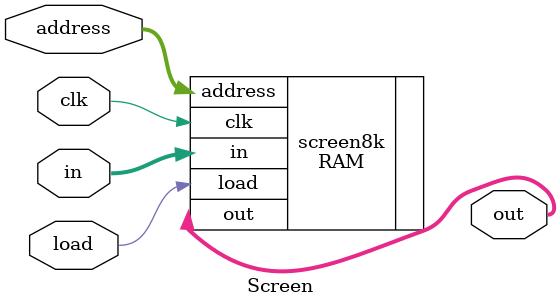
<source format=v>
`default_nettype none
module Screen(
   input wire clk,
   input wire load,
   input wire [12:0] address,
   input wire [15:0] in,
   output wire [15:0] out
);

RAM #(/*autoinstparam*/
   // Parameters
   .WIDTH                            (16),
   .DEPTH                            (13)) 
screen8k (/*autoinst*/
   // Outputs
   .out                 (out),
   // Inputs
   .clk                 (clk),
   .load                (load),
   .address             (address),
   .in                  (in));
endmodule
// Local Variables:
// verilog-library-directories:(".." "../modules" ".")
// End:

</source>
